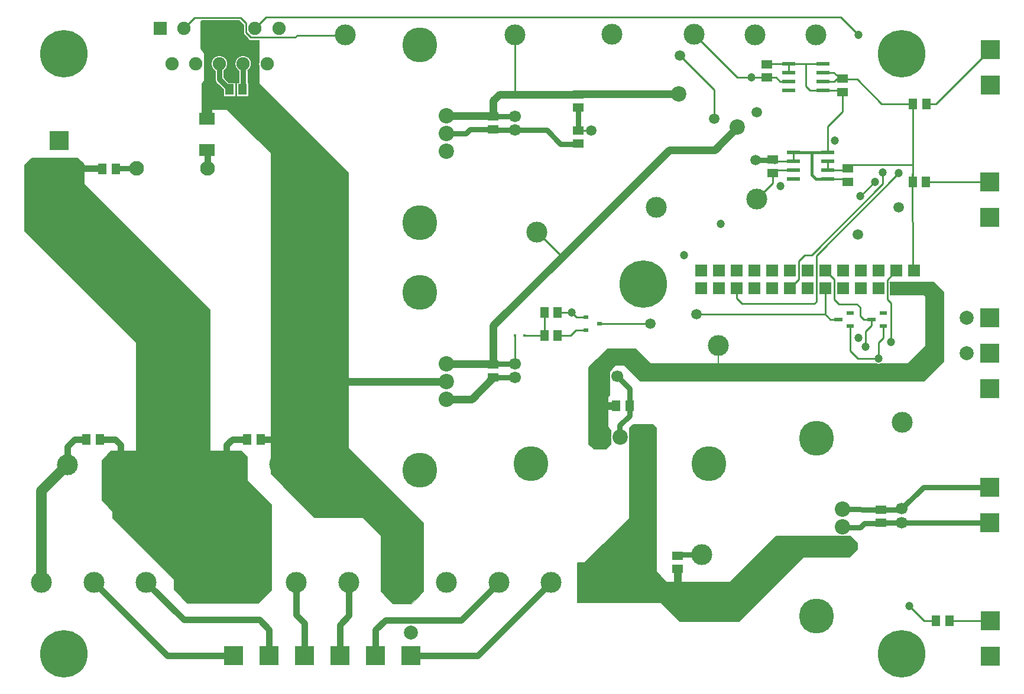
<source format=gbr>
%FSLAX33Y33*%
%MOMM*%
G04 EasyPC Gerber Version 17.0 Build 3379 *
%ADD94R,1.29540X1.52400*%
%ADD89R,1.80000X1.80000*%
%ADD96R,1.90000X1.90000*%
%ADD84R,2.80000X2.80000*%
%ADD138C,0.02500*%
%ADD11C,0.12700*%
%ADD16C,0.20320*%
%ADD12C,0.25400*%
%ADD103C,0.40000*%
%ADD102C,0.80000*%
%ADD104C,0.90000*%
%ADD105C,1.10000*%
%ADD79C,1.20000*%
%ADD101C,1.50000*%
%ADD88C,1.70000*%
%ADD97C,1.90000*%
%ADD85C,2.00000*%
%ADD100C,2.10000*%
%ADD81C,2.20000*%
%ADD86C,2.20000*%
%ADD83C,3.00000*%
%ADD87C,5.00000*%
%ADD80C,6.80000*%
%ADD142R,0.45720X0.33020*%
%ADD140R,1.01600X0.50800*%
%ADD141R,1.21190X0.50800*%
%ADD139R,1.98120X0.55880*%
%ADD95R,0.70000X0.60000*%
%ADD91R,1.52400X1.29540*%
%ADD99R,2.30000X1.80000*%
X0Y0D02*
D02*
D11*
X1514Y77889D02*
Y68489D01*
X17539Y52464*
Y36839*
X18514Y35864*
X27014*
X28039Y36889*
Y57164*
X9989Y75214*
Y78039*
X9089Y78939*
X2563*
X1514Y77889*
G36*
Y68489*
X17539Y52464*
Y36839*
X18514Y35864*
X27014*
X28039Y36889*
Y57164*
X9989Y75214*
Y78039*
X9089Y78939*
X2563*
X1514Y77889*
G37*
X13914Y36939D02*
X12564Y35589D01*
Y29889*
X14139Y28314*
Y27314*
X22939Y18514*
Y17064*
X24814Y15189*
X34989*
X36839Y17039*
Y29189*
X33364Y32664*
Y36089*
X32514Y36939*
X13914*
G36*
X12564Y35589*
Y29889*
X14139Y28314*
Y27314*
X22939Y18514*
Y17064*
X24814Y15189*
X34989*
X36839Y17039*
Y29189*
X33364Y32664*
Y36089*
X32514Y36939*
X13914*
G37*
X85443Y38487D02*
G75*
G02Y39341I1295J427D01*
G01*
Y39914*
X84964Y40394*
Y44704*
X85224Y44964*
Y48389*
X86073Y49239*
X87389*
X89639Y46989*
X130289*
X133089Y49789*
Y59664*
X131639Y61114*
X125414*
X125439Y61089*
Y59364*
X125489Y59314*
X130314*
X130564Y59064*
Y52014*
X127989Y49439*
X124104*
G75*
G02X123473I-315J750*
G01*
X91089*
X88939Y51589*
X84964*
X82314Y48939*
Y37919*
X83014Y37219*
X84743*
X85443Y37919*
Y38487*
G36*
G75*
G02Y39341I1295J427*
G01*
Y39914*
X84964Y40394*
Y44704*
X85224Y44964*
Y48389*
X86073Y49239*
X87389*
X89639Y46989*
X130289*
X133089Y49789*
Y59664*
X131639Y61114*
X125414*
X125439Y61089*
Y59364*
X125489Y59314*
X130314*
X130564Y59064*
Y52014*
X127989Y49439*
X124104*
G75*
G02X123473I-315J750*
G01*
X91089*
X88939Y51589*
X84964*
X82314Y48939*
Y37919*
X83014Y37219*
X84743*
X85443Y37919*
Y38487*
G37*
X88089Y38723D02*
Y27264D01*
X81714Y20889*
X80639*
X80664Y15239*
X92639*
X95364Y12514*
X103764*
X113014Y21764*
X119639*
X120714Y22839*
Y23714*
X119714Y24714*
X118830*
G75*
G02X118447I-191J1350*
G01*
X109089*
X102489Y18114*
X93414*
X91914Y19614*
Y40239*
X91414Y40739*
X88614*
X88089Y40214*
Y39105*
G75*
G02Y38723I-1350J-191*
G01*
G36*
Y27264*
X81714Y20889*
X80639*
X80664Y15239*
X92639*
X95364Y12514*
X103764*
X113014Y21764*
X119639*
X120714Y22839*
Y23714*
X119714Y24714*
X118830*
G75*
G02X118447I-191J1350*
G01*
X109089*
X102489Y18114*
X93414*
X91914Y19614*
Y40239*
X91414Y40739*
X88614*
X88089Y40214*
Y39105*
G75*
G02Y38723I-1350J-191*
G01*
G37*
D02*
D12*
X24274Y97522D02*
Y97514D01*
X24280*
X25855Y99089*
X32397*
X33189Y98297*
Y96914*
X33864Y96239*
X40239*
X40539Y96539*
X47439*
Y96589*
X71689Y49489D02*
Y51189D01*
X71670Y51208*
Y53499*
X71739Y96597D02*
Y88114D01*
X71714Y88089*
X73067Y53499D02*
X75891D01*
X75916Y53524*
X74839Y68339D02*
X74914D01*
X78464Y64789*
X75916Y56849D02*
Y53524D01*
X77821Y56849D02*
X79794D01*
X81844Y54274D02*
X80409D01*
X79649Y53514*
X79639Y53524*
X77821*
X81844Y56174D02*
X80469D01*
X79794Y56849*
X82611Y82892D02*
X80789D01*
X91068Y55224D02*
X83844D01*
X100214Y84564D02*
Y88714D01*
X95314Y93614*
X105539Y90489D02*
X103563D01*
X97389Y96663*
X107739Y90493D02*
X105543D01*
X105539Y90489*
X108614Y76837D02*
Y75364D01*
X106339Y73089*
X110875Y89954D02*
X109674D01*
X109139Y90489*
X107743*
X107739Y90493*
X110875Y92494D02*
X113414D01*
X110875D02*
Y91224D01*
Y92494D02*
X107834D01*
X111059Y60249D02*
X112339Y61529D01*
Y64214*
X113164Y65039*
X114164*
X124389Y75264*
Y76839*
X111575Y77254D02*
X109031D01*
X108614Y76837*
X111575Y78524D02*
X108831D01*
X111575Y79794D02*
Y78524D01*
X113414Y92494D02*
X115802D01*
Y88684D02*
X113968D01*
X113389Y89264*
Y92469*
X113414Y92494*
X115802Y88684D02*
X118353D01*
X118639Y88399*
X115802Y89954D02*
X117429D01*
X117739Y90264*
X118599*
X118639Y90304*
X115802Y91224D02*
X117329D01*
X117739Y90814*
X118379*
X118639Y90554*
Y90304*
X116139Y62789D02*
X117414Y61514D01*
Y58689*
X118064Y58039*
X120664*
X121114Y57589*
Y56289*
X121614Y55789*
X122742*
X116376Y56277D02*
X116089Y56564D01*
X97689*
X116376Y56277D02*
X116139Y56514D01*
Y60249*
X116502Y75984D02*
X118941D01*
X119364Y75562*
X116502Y77254D02*
X119151D01*
X119364Y77467*
X116502Y78524D02*
Y77254D01*
Y79794D02*
Y83503D01*
X118639Y85639*
Y88399*
X118017Y55789D02*
X116864D01*
X116376Y56277*
X119364Y77467D02*
Y77989D01*
X128637*
X128659Y77967*
Y77489*
X120889Y96589D02*
X118364Y99114D01*
X36077*
X34485Y97522*
X121139Y73464D02*
X123239Y75564D01*
X121939Y51889D02*
Y54114D01*
X122742Y54918*
Y55789*
X123789Y50189D02*
X120814D01*
X119708Y51295*
Y54837*
X123789Y50189D02*
Y52514D01*
X124433Y53158*
Y54837*
X125514Y52539D02*
Y58164D01*
X125014Y58664*
Y61504*
X126299Y62789*
X126689Y76789D02*
X114864Y64964D01*
Y58364*
X114564Y58064*
X104214*
X103439Y58839*
Y60249*
X128659Y75489D02*
Y76669D01*
X128639Y76689*
X128659Y62968*
X128839Y62789*
X128659Y75489D02*
Y77489D01*
X128711Y86739D02*
X124214D01*
X120714Y90239*
X118704*
X118639Y90304*
X128711Y86739D02*
X128659Y86791D01*
Y77489*
X130564Y75489D02*
X139712D01*
X131986Y12589D02*
X130264D01*
X128139Y14714*
X139739Y12589D02*
X133891D01*
X139739Y94489D02*
X131989Y86739D01*
X130616*
D02*
D16*
X100789Y48764D02*
Y52114D01*
D02*
D79*
X79794Y56849D03*
X95914Y65039D03*
X101151Y69514D03*
X105539Y90489D03*
X109689Y74939D03*
X117539Y81489D03*
X120889Y53214D03*
Y96589D03*
X121139Y73464D03*
X121939Y51889D03*
X123239Y75564D03*
X123789Y50189D03*
X124389Y76839D03*
X125514Y52539D03*
X126689Y76789D03*
X128139Y14714D03*
D02*
D80*
X7064Y7889D03*
Y93889D03*
X90064Y60889D03*
X127064Y7889D03*
Y93889D03*
D02*
D81*
X95189Y88114D03*
X103539Y83389D03*
D02*
D83*
X3888Y18146D03*
X7614Y34989D03*
X11389Y18146D03*
X15234Y34989D03*
X18889Y18146D03*
X26389D03*
X30414Y35089D03*
X32889Y18146D03*
X38034Y35089D03*
X40389Y18146D03*
X47439Y96589D03*
X47889Y18146D03*
X55389D03*
X61889D03*
X69389D03*
X71739Y96597D03*
X74839Y68339D03*
X76889Y18146D03*
X84389D03*
X85614Y96689D03*
X91939Y71889D03*
X97389Y96663D03*
X98439Y14489D03*
Y22109D03*
X100789Y52114D03*
X106089Y96614D03*
X106339Y73089D03*
X114789Y96614D03*
X127139Y41064D03*
D02*
D84*
X6389Y76384D03*
Y81464D03*
X31414Y7614D03*
X36493D03*
X41574D03*
X46654D03*
X51734D03*
X56814D03*
X139712Y26709D03*
Y31789D03*
Y45929D03*
Y51009D03*
Y56089D03*
Y70409D03*
Y75489D03*
X139739Y7509D03*
Y12589D03*
Y89409D03*
Y94489D03*
D02*
D85*
X56814Y10959D03*
X136362Y51009D03*
X136367Y56089D03*
D02*
D86*
X61839Y44399D03*
Y46939D03*
Y49479D03*
X61864Y79899D03*
Y82439D03*
Y84979D03*
X84198Y38914D03*
X86739D03*
X89279D03*
X118639Y23524D03*
Y26064D03*
Y28604D03*
D02*
D87*
X58049Y34189D03*
Y59689D03*
X58074Y69689D03*
Y95189D03*
X73989Y35124D03*
X99489D03*
X114849Y13314D03*
Y38814D03*
D02*
D88*
X71689Y47489D03*
Y49489D03*
X71739Y82964D03*
Y84964D03*
X84339Y47689D03*
X86339D03*
X127093Y26689D03*
Y28689D03*
D02*
D89*
X98359Y60249D03*
Y62789D03*
X100899Y60249D03*
Y62789D03*
X103439Y60249D03*
Y62789D03*
X105978Y60249D03*
Y62789D03*
X108518Y60249D03*
Y62789D03*
X111059Y60249D03*
Y62789D03*
X113599Y60249D03*
Y62789D03*
X116139Y60249D03*
Y62789D03*
X118679Y60249D03*
Y62789D03*
X121218Y60249D03*
Y62789D03*
X123759Y60249D03*
Y62789D03*
X126299Y60249D03*
Y62789D03*
X128839Y60249D03*
Y62789D03*
D02*
D91*
X68564Y83037D03*
Y84942D03*
X68589Y47462D03*
Y49367D03*
X80789Y80987D03*
Y82892D03*
Y86162D03*
Y88067D03*
X94974Y20037D03*
Y21942D03*
X107739Y90493D03*
Y92398D03*
X108614Y76837D03*
Y78742D03*
X118639Y88399D03*
Y90304D03*
X119364Y75562D03*
Y77467D03*
X124093Y26637D03*
Y28541D03*
D02*
D94*
X10361Y38589D03*
X12266D03*
X12641Y77419D03*
X14546D03*
X30786Y88814D03*
X32691D03*
X33361Y38614D03*
X35266D03*
X75916Y53524D03*
Y56849D03*
X77821Y53524D03*
Y56849D03*
X86191Y43479D03*
X88096D03*
X128659Y75489D03*
X128711Y86739D03*
X130564Y75489D03*
X130616Y86739D03*
X131986Y12589D03*
X133891D03*
D02*
D95*
X81844Y54274D03*
Y56174D03*
X83844Y55224D03*
D02*
D96*
X20870Y97522D03*
D02*
D97*
X22572Y92442D03*
X24274Y97522D03*
X25976Y92442D03*
X27678Y97522D03*
X29380Y92442D03*
X31081Y97522D03*
X32783Y92442D03*
X34485Y97522D03*
X36187Y92442D03*
X37889Y97522D03*
D02*
D99*
X27594Y80059D03*
Y84559D03*
D02*
D100*
X17489Y77464D03*
X27649D03*
D02*
D101*
X3888Y18146D02*
Y31264D01*
X7614Y34989*
X15234D02*
Y29301D01*
X26389Y18146*
X30414Y35089D02*
X30464D01*
Y31339*
X32939Y28864*
Y18146*
X32889*
X26389*
X38034Y35089D02*
Y46739D01*
Y81724*
X33169Y86589*
X27594*
Y84559*
X55389Y18146D02*
Y21164D01*
X54339Y22214*
Y26714*
X45964Y35089*
X38034*
X82611Y82892D03*
X91068Y55224D03*
X95314Y93614D03*
X97689Y56564D03*
X100214Y84564D03*
X106139Y78689D03*
X106339Y85489D03*
X120805Y67980D03*
X126614Y71864D03*
D02*
D102*
X17489Y77464D02*
X14591D01*
X14546Y77419*
X27594Y84559D02*
Y97438D01*
X27678Y97522*
X31081*
X30786Y88814D02*
X29380Y90221D01*
Y92442*
X32783D02*
Y88906D01*
X32691Y88814*
X61864Y82439D02*
X64664D01*
X65261Y83037*
X68564*
Y84942D02*
X71716D01*
X71739Y84964*
X71689Y47489D02*
X68616D01*
X68589Y47462*
X71689Y49489D02*
X68711D01*
X68589Y49367*
X71739Y82964D02*
X76239D01*
X78239Y80964*
X80766*
X80789Y80987*
X71739Y82964D02*
X68636D01*
X68564Y83037*
X80789Y86162D02*
Y82892D01*
X84339Y47689D02*
Y48939D01*
X86039Y50639*
X87839*
X89814Y48664*
X101314*
X84339Y47689D02*
Y47634D01*
X83064Y46359*
Y45899*
X84234Y44729*
X86339Y47689D02*
X86334D01*
Y47669*
X88091Y45912*
Y43479*
X88096*
X86739Y38914D02*
X86698Y40604D01*
X88096Y42002*
Y43479*
X94974Y21942D02*
X95141Y22109D01*
X98439*
X100689Y48664D02*
X100789Y48764D01*
X106139Y78689D02*
X108561D01*
X108614Y78742*
X107834Y92494D02*
X107739Y92398D01*
X108831Y78524D02*
X108614Y78742D01*
X118639Y26064D02*
X118674Y26029D01*
X121179*
X121739Y26589*
X124045*
X124093Y26637*
X118639Y28604D02*
X124065Y28569D01*
X124093Y28541*
Y26637D02*
X127040D01*
X127093Y26689*
X124093Y28541D02*
X126945D01*
X127093Y28689*
X126299Y60249D02*
X128839D01*
X127093Y26689D02*
X139692D01*
X139712Y26709*
X128839Y60249D02*
Y60239D01*
X130539*
X139712Y31789D02*
X130193D01*
X127093Y28689*
D02*
D103*
X114239Y79794D02*
X111575D01*
X116502Y75984D02*
X114768D01*
X114239Y76514*
Y79794*
X116502D02*
X114239D01*
D02*
D104*
X7614Y34989D02*
Y37589D01*
X8614Y38589*
X10361*
X12641Y77419D02*
Y77439D01*
X9639*
X8489Y76289*
X6484*
X6389Y76384*
X15234Y34989D02*
Y37839D01*
X14484Y38589*
X12266*
X27649Y77464D02*
Y80004D01*
X27594Y80059*
X30414Y35089D02*
Y37814D01*
X31214Y38614*
X33361*
X31414Y7614D02*
X21920D01*
X11389Y18146*
X36493Y7614D02*
Y11359D01*
X35089Y12764*
X24270*
X18889Y18146*
X38034Y35089D02*
Y37519D01*
X36939Y38614*
X35266*
X38234Y46939D02*
X38034Y46739D01*
X41574Y7614D02*
Y12279D01*
X40389Y13464*
Y18146*
X46654Y7614D02*
Y12054D01*
X47939Y13339*
Y18096*
X47889Y18146*
X51734Y7614D02*
Y11334D01*
X53139Y12739*
X63982*
X69389Y18146*
X56814Y7614D02*
X66357D01*
X76889Y18146*
D02*
D105*
X61839Y44399D02*
X65526D01*
X68589Y47462*
X61839Y46939D02*
X38234D01*
X61839Y49479D02*
X68476D01*
X68589Y49367*
X61864Y84979D02*
X68601D01*
X68564Y84942*
Y87189*
X69464Y88089*
X71714*
X68589Y49367D02*
Y54914D01*
X78464Y64789*
X71714Y88089D02*
X80766D01*
X80789Y88067*
X78464Y64789D02*
X93814Y80139D01*
X100289*
X103539Y83389*
X84198Y38914D02*
X83043Y41059D01*
Y41899*
X83984Y42839*
Y43479*
X86191*
X84234Y44729D02*
Y43479D01*
X86191*
X89014Y18146D02*
X84389D01*
X89279Y38914D02*
X89239Y18371D01*
X89014Y18146*
X94974Y20037D02*
Y16799D01*
X91972*
X90626Y18146*
X89014*
X95189Y88114D02*
X80836D01*
X80789Y88067*
X98439Y14489D02*
Y16789D01*
X97284Y15634*
Y14859*
X94736Y17407*
X94974*
Y20037*
X101314Y48664D02*
X100689D01*
X118639Y23524D02*
X112639Y23489D01*
X103639Y14489*
X98439*
X130539Y60239D02*
X131464Y59314D01*
Y51064*
X129064Y48664*
X101314*
D02*
D138*
X35039Y92260D02*
G75*
G02Y92624I1148J182D01*
G01*
Y95839*
X33714*
X32814Y96739*
Y98089*
X32189Y98714*
X26789*
X26639Y98564*
Y94689*
X27164Y93964*
Y90089*
X26844Y89564*
Y86424*
X27219Y86049*
X30324*
X36714Y79659*
Y33664*
X42939Y27439*
X49839*
X52464Y24814*
Y16814*
X54164Y15114*
X56864*
X58564Y16814*
Y26664*
X47839Y37389*
Y76889*
X35039Y89689*
Y92260*
X28767Y91454D02*
G75*
G02X28217Y92442I613J988D01*
G01*
G75*
G02X30542I1163*
G01*
G75*
G02X29992Y91454I-1163*
G01*
Y90474*
X30678Y89789*
X31646*
Y87840*
X29926*
Y88808*
X28946Y89787*
G75*
G02X28767Y90221I433J433*
G01*
Y91454*
X32171Y89789D02*
Y91454D01*
G75*
G02X31621Y92442I613J988*
G01*
G75*
G02X33946I1163*
G01*
G75*
G02X33396Y91454I-1163*
G01*
Y89789*
X33551*
Y87840*
X31831*
Y89789*
X32171*
X27164Y90722D02*
G36*
Y90089D01*
X26844Y89564*
Y86424*
X27219Y86049*
X30324*
X36714Y79659*
Y33664*
X42939Y27439*
X49839*
X52464Y24814*
Y16814*
X54164Y15114*
X56864*
X58564Y16814*
Y26664*
X47839Y37389*
Y76889*
X35039Y89689*
Y90722*
X33396*
Y89789*
X33551*
Y87840*
X31831*
Y89789*
X32171*
Y90722*
X29992*
Y90474*
X30678Y89789*
X31646*
Y87840*
X29926*
Y88808*
X28946Y89787*
G75*
G02X28767Y90221I433J433*
G01*
Y90722*
X27164*
G37*
X28767D02*
G36*
Y91454D01*
G75*
G02X28217Y92442I613J988*
G01*
G75*
G02X30542I1163*
G01*
G75*
G02X29992Y91454I-1163*
G01*
Y90722*
X32171*
Y91454*
G75*
G02X31621Y92442I613J988*
G01*
G75*
G02X33946I1163*
G01*
G75*
G02X33396Y91454I-1163*
G01*
Y90722*
X35039*
Y92260*
G75*
G02Y92624I1148J182*
G01*
Y95839*
X33714*
X32814Y96739*
Y98089*
X32189Y98714*
X26789*
X26639Y98564*
Y94689*
X27164Y93964*
Y90722*
X28767*
G37*
D02*
D139*
X110875Y88684D03*
Y89954D03*
Y91224D03*
Y92494D03*
X111575Y75984D03*
Y77254D03*
Y78524D03*
Y79794D03*
X115802Y88684D03*
Y89954D03*
Y91224D03*
Y92494D03*
X116502Y75984D03*
Y77254D03*
Y78524D03*
Y79794D03*
D02*
D140*
X119708Y54837D03*
Y56742D03*
X124433Y54837D03*
Y56742D03*
D02*
D141*
X118017Y55789D03*
X122742D03*
D02*
D142*
X71670Y53499D03*
X73067D03*
X0Y0D02*
M02*

</source>
